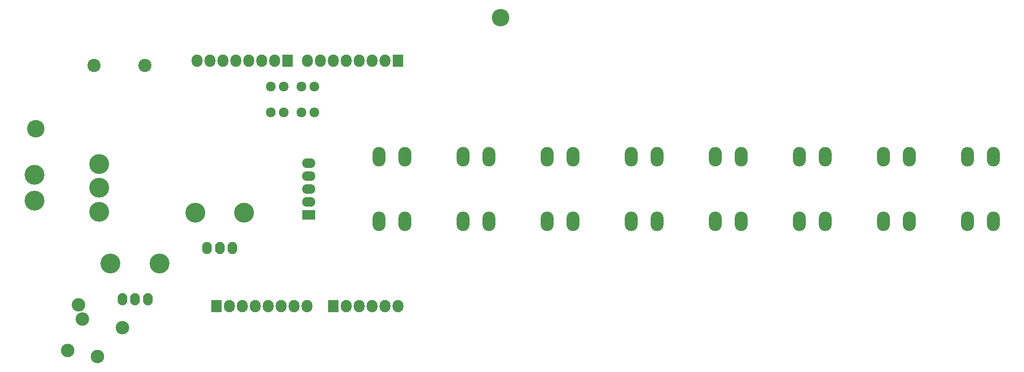
<source format=gbs>
G04 #@! TF.FileFunction,Soldermask,Bot*
%FSLAX45Y45*%
G04 Gerber Fmt 4.5, Leading zero omitted, Abs format (unit mm)*
G04 Created by KiCad (PCBNEW 4.0.6-e0-6349~53~ubuntu16.04.1) date Fri May  5 11:32:33 2017*
%MOMM*%
%LPD*%
G01*
G04 APERTURE LIST*
%ADD10C,0.150000*%
%ADD11C,3.448000*%
%ADD12O,2.514400X3.835200*%
%ADD13O,2.515500X3.835200*%
%ADD14C,1.924000*%
%ADD15R,2.127200X2.432000*%
%ADD16O,2.127200X2.432000*%
%ADD17C,2.600000*%
%ADD18O,1.900000X2.400000*%
%ADD19C,3.900000*%
%ADD20C,2.650000*%
%ADD21R,2.599640X1.924000*%
%ADD22O,2.599640X1.924000*%
G04 APERTURE END LIST*
D10*
D11*
X-1994662Y3297682D03*
D12*
X7180580Y566928D03*
X7688580Y566928D03*
X7180580Y-703072D03*
X7688580Y-703072D03*
X5524500Y565404D03*
X6032500Y565404D03*
X5524500Y-704596D03*
X6032500Y-704596D03*
X3873500Y565404D03*
X4381500Y565404D03*
X3873500Y-704596D03*
X4381500Y-704596D03*
X2222754Y565404D03*
X2730754Y565404D03*
X2222754Y-704596D03*
X2730754Y-704596D03*
X571500Y565404D03*
X1079500Y565404D03*
X571500Y-704596D03*
D13*
X1079500Y-704596D03*
D12*
X-1079500Y565404D03*
X-571500Y565404D03*
X-1079500Y-704596D03*
X-571500Y-704596D03*
X-2730500Y565404D03*
X-2222500Y565404D03*
X-2730500Y-704596D03*
X-2222500Y-704596D03*
D14*
X-6500368Y1439164D03*
X-6500368Y1947164D03*
X-6246368Y1439164D03*
X-6246368Y1947164D03*
X-5900928Y1439164D03*
X-5900928Y1947164D03*
X-5646928Y1439164D03*
X-5646928Y1947164D03*
D15*
X-4005580Y2450084D03*
D16*
X-4259580Y2450084D03*
X-4513580Y2450084D03*
X-4767580Y2454910D03*
X-5021580Y2450084D03*
X-5275580Y2450084D03*
X-5529580Y2450084D03*
X-5783580Y2450084D03*
D15*
X-6169406Y2454910D03*
D16*
X-6423406Y2454910D03*
X-6677406Y2454910D03*
X-6931406Y2454910D03*
X-7185406Y2454910D03*
X-7439406Y2454910D03*
X-7693406Y2454910D03*
X-7947406Y2454910D03*
D17*
X-8974500Y2357000D03*
X-9974500Y2357000D03*
D11*
X-11114024Y1114552D03*
D18*
X-9419400Y-2236700D03*
X-9169400Y-2236700D03*
X-8919400Y-2236700D03*
D19*
X-9649400Y-1536700D03*
X-8689400Y-1536700D03*
D20*
X-10487137Y-3249153D03*
X-9907310Y-3362290D03*
X-9419406Y-2796605D03*
X-10200759Y-2623364D03*
X-10278541Y-2347592D03*
D19*
X-11146500Y-301000D03*
X-11146500Y209000D03*
X-9876500Y-521000D03*
X-9876500Y-46000D03*
X-9876500Y424000D03*
D18*
X-7756208Y-1233400D03*
X-7506208Y-1233400D03*
X-7256208Y-1233400D03*
D19*
X-7986208Y-533400D03*
X-7026208Y-533400D03*
D12*
X-4381500Y565404D03*
X-3873500Y565404D03*
X-4381500Y-704596D03*
X-3873500Y-704596D03*
D21*
X-5758180Y-577596D03*
D22*
X-5758180Y-323596D03*
X-5758180Y-69596D03*
X-5758180Y184404D03*
X-5758180Y438404D03*
D15*
X-5279136Y-2372360D03*
D16*
X-5025136Y-2372360D03*
X-4771136Y-2372360D03*
X-4517136Y-2372360D03*
X-4263136Y-2372360D03*
X-4009136Y-2372360D03*
D15*
X-7566660Y-2371344D03*
D16*
X-7312660Y-2371344D03*
X-7058660Y-2371344D03*
X-6804660Y-2371344D03*
X-6550660Y-2371344D03*
X-6296660Y-2371344D03*
X-6042660Y-2371344D03*
X-5788660Y-2371344D03*
M02*

</source>
